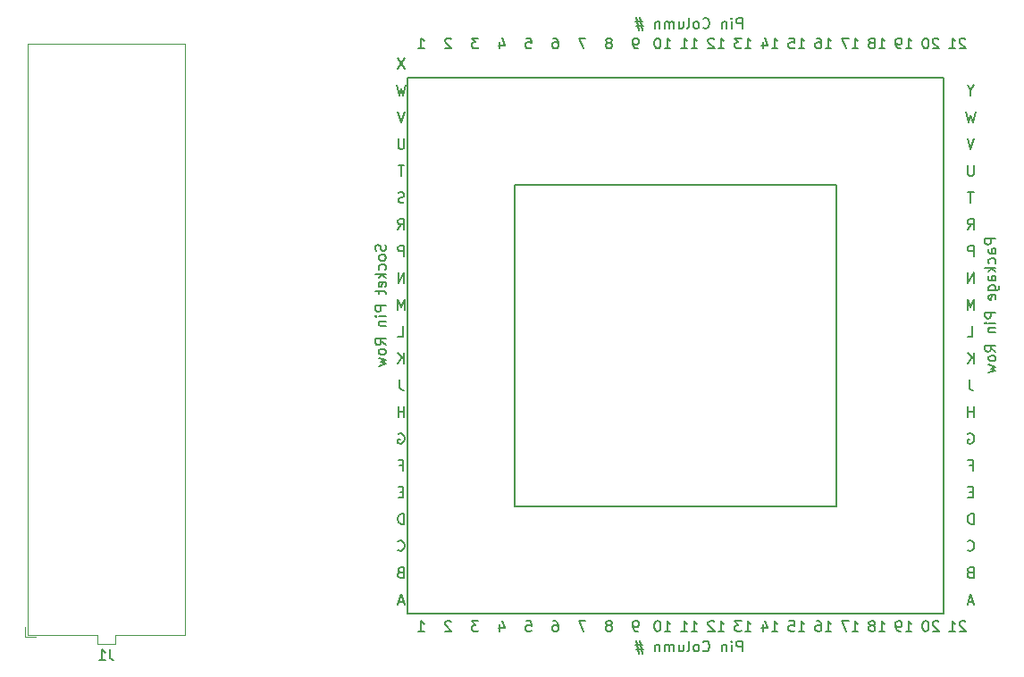
<source format=gbr>
%TF.GenerationSoftware,KiCad,Pcbnew,(6.0.9-0)*%
%TF.CreationDate,2022-12-19T14:05:18-05:00*%
%TF.ProjectId,ember-pcb,656d6265-722d-4706-9362-2e6b69636164,rev?*%
%TF.SameCoordinates,Original*%
%TF.FileFunction,Legend,Bot*%
%TF.FilePolarity,Positive*%
%FSLAX46Y46*%
G04 Gerber Fmt 4.6, Leading zero omitted, Abs format (unit mm)*
G04 Created by KiCad (PCBNEW (6.0.9-0)) date 2022-12-19 14:05:18*
%MOMM*%
%LPD*%
G01*
G04 APERTURE LIST*
%ADD10C,0.150000*%
%ADD11C,0.120000*%
G04 APERTURE END LIST*
D10*
X120680000Y-78950000D02*
X151160000Y-78950000D01*
X151160000Y-78950000D02*
X151160000Y-109430000D01*
X151160000Y-109430000D02*
X120680000Y-109430000D01*
X120680000Y-109430000D02*
X120680000Y-78950000D01*
X110520000Y-68790000D02*
X161320000Y-68790000D01*
X161320000Y-68790000D02*
X161320000Y-119590000D01*
X161320000Y-119590000D02*
X110520000Y-119590000D01*
X110520000Y-119590000D02*
X110520000Y-68790000D01*
X134840476Y-66067380D02*
X135411904Y-66067380D01*
X135126190Y-66067380D02*
X135126190Y-65067380D01*
X135221428Y-65210238D01*
X135316666Y-65305476D01*
X135411904Y-65353095D01*
X134221428Y-65067380D02*
X134126190Y-65067380D01*
X134030952Y-65115000D01*
X133983333Y-65162619D01*
X133935714Y-65257857D01*
X133888095Y-65448333D01*
X133888095Y-65686428D01*
X133935714Y-65876904D01*
X133983333Y-65972142D01*
X134030952Y-66019761D01*
X134126190Y-66067380D01*
X134221428Y-66067380D01*
X134316666Y-66019761D01*
X134364285Y-65972142D01*
X134411904Y-65876904D01*
X134459523Y-65686428D01*
X134459523Y-65448333D01*
X134411904Y-65257857D01*
X134364285Y-65162619D01*
X134316666Y-65115000D01*
X134221428Y-65067380D01*
X164145714Y-77132380D02*
X164145714Y-77941904D01*
X164098095Y-78037142D01*
X164050476Y-78084761D01*
X163955238Y-78132380D01*
X163764761Y-78132380D01*
X163669523Y-78084761D01*
X163621904Y-78037142D01*
X163574285Y-77941904D01*
X163574285Y-77132380D01*
X110170714Y-88292380D02*
X110170714Y-87292380D01*
X109599285Y-88292380D01*
X109599285Y-87292380D01*
X163351904Y-65162619D02*
X163304285Y-65115000D01*
X163209047Y-65067380D01*
X162970952Y-65067380D01*
X162875714Y-65115000D01*
X162828095Y-65162619D01*
X162780476Y-65257857D01*
X162780476Y-65353095D01*
X162828095Y-65495952D01*
X163399523Y-66067380D01*
X162780476Y-66067380D01*
X161828095Y-66067380D02*
X162399523Y-66067380D01*
X162113809Y-66067380D02*
X162113809Y-65067380D01*
X162209047Y-65210238D01*
X162304285Y-65305476D01*
X162399523Y-65353095D01*
X163550476Y-93372380D02*
X164026666Y-93372380D01*
X164026666Y-92372380D01*
X164193333Y-74592380D02*
X163860000Y-75592380D01*
X163526666Y-74592380D01*
X127363333Y-65067380D02*
X126696666Y-65067380D01*
X127125238Y-66067380D01*
X137380476Y-121312380D02*
X137951904Y-121312380D01*
X137666190Y-121312380D02*
X137666190Y-120312380D01*
X137761428Y-120455238D01*
X137856666Y-120550476D01*
X137951904Y-120598095D01*
X136428095Y-121312380D02*
X136999523Y-121312380D01*
X136713809Y-121312380D02*
X136713809Y-120312380D01*
X136809047Y-120455238D01*
X136904285Y-120550476D01*
X136999523Y-120598095D01*
X139920476Y-66067380D02*
X140491904Y-66067380D01*
X140206190Y-66067380D02*
X140206190Y-65067380D01*
X140301428Y-65210238D01*
X140396666Y-65305476D01*
X140491904Y-65353095D01*
X139539523Y-65162619D02*
X139491904Y-65115000D01*
X139396666Y-65067380D01*
X139158571Y-65067380D01*
X139063333Y-65115000D01*
X139015714Y-65162619D01*
X138968095Y-65257857D01*
X138968095Y-65353095D01*
X139015714Y-65495952D01*
X139587142Y-66067380D01*
X138968095Y-66067380D01*
X152620476Y-66067380D02*
X153191904Y-66067380D01*
X152906190Y-66067380D02*
X152906190Y-65067380D01*
X153001428Y-65210238D01*
X153096666Y-65305476D01*
X153191904Y-65353095D01*
X152287142Y-65067380D02*
X151620476Y-65067380D01*
X152049047Y-66067380D01*
X119219523Y-120645714D02*
X119219523Y-121312380D01*
X119457619Y-120264761D02*
X119695714Y-120979047D01*
X119076666Y-120979047D01*
X163717142Y-97452380D02*
X163717142Y-98166666D01*
X163764761Y-98309523D01*
X163860000Y-98404761D01*
X164002857Y-98452380D01*
X164098095Y-98452380D01*
X124299523Y-65067380D02*
X124490000Y-65067380D01*
X124585238Y-65115000D01*
X124632857Y-65162619D01*
X124728095Y-65305476D01*
X124775714Y-65495952D01*
X124775714Y-65876904D01*
X124728095Y-65972142D01*
X124680476Y-66019761D01*
X124585238Y-66067380D01*
X124394761Y-66067380D01*
X124299523Y-66019761D01*
X124251904Y-65972142D01*
X124204285Y-65876904D01*
X124204285Y-65638809D01*
X124251904Y-65543571D01*
X124299523Y-65495952D01*
X124394761Y-65448333D01*
X124585238Y-65448333D01*
X124680476Y-65495952D01*
X124728095Y-65543571D01*
X124775714Y-65638809D01*
X163550476Y-83212380D02*
X163883809Y-82736190D01*
X164121904Y-83212380D02*
X164121904Y-82212380D01*
X163740952Y-82212380D01*
X163645714Y-82260000D01*
X163598095Y-82307619D01*
X163550476Y-82402857D01*
X163550476Y-82545714D01*
X163598095Y-82640952D01*
X163645714Y-82688571D01*
X163740952Y-82736190D01*
X164121904Y-82736190D01*
X109575476Y-93372380D02*
X110051666Y-93372380D01*
X110051666Y-92372380D01*
X110146904Y-85752380D02*
X110146904Y-84752380D01*
X109765952Y-84752380D01*
X109670714Y-84800000D01*
X109623095Y-84847619D01*
X109575476Y-84942857D01*
X109575476Y-85085714D01*
X109623095Y-85180952D01*
X109670714Y-85228571D01*
X109765952Y-85276190D01*
X110146904Y-85276190D01*
X132300476Y-121312380D02*
X132110000Y-121312380D01*
X132014761Y-121264761D01*
X131967142Y-121217142D01*
X131871904Y-121074285D01*
X131824285Y-120883809D01*
X131824285Y-120502857D01*
X131871904Y-120407619D01*
X131919523Y-120360000D01*
X132014761Y-120312380D01*
X132205238Y-120312380D01*
X132300476Y-120360000D01*
X132348095Y-120407619D01*
X132395714Y-120502857D01*
X132395714Y-120740952D01*
X132348095Y-120836190D01*
X132300476Y-120883809D01*
X132205238Y-120931428D01*
X132014761Y-120931428D01*
X131919523Y-120883809D01*
X131871904Y-120836190D01*
X131824285Y-120740952D01*
X164074285Y-108088571D02*
X163740952Y-108088571D01*
X163598095Y-108612380D02*
X164074285Y-108612380D01*
X164074285Y-107612380D01*
X163598095Y-107612380D01*
X117203333Y-120312380D02*
X116584285Y-120312380D01*
X116917619Y-120693333D01*
X116774761Y-120693333D01*
X116679523Y-120740952D01*
X116631904Y-120788571D01*
X116584285Y-120883809D01*
X116584285Y-121121904D01*
X116631904Y-121217142D01*
X116679523Y-121264761D01*
X116774761Y-121312380D01*
X117060476Y-121312380D01*
X117155714Y-121264761D01*
X117203333Y-121217142D01*
X137380476Y-66067380D02*
X137951904Y-66067380D01*
X137666190Y-66067380D02*
X137666190Y-65067380D01*
X137761428Y-65210238D01*
X137856666Y-65305476D01*
X137951904Y-65353095D01*
X136428095Y-66067380D02*
X136999523Y-66067380D01*
X136713809Y-66067380D02*
X136713809Y-65067380D01*
X136809047Y-65210238D01*
X136904285Y-65305476D01*
X136999523Y-65353095D01*
X164098095Y-118486666D02*
X163621904Y-118486666D01*
X164193333Y-118772380D02*
X163860000Y-117772380D01*
X163526666Y-118772380D01*
X110123095Y-118486666D02*
X109646904Y-118486666D01*
X110218333Y-118772380D02*
X109885000Y-117772380D01*
X109551666Y-118772380D01*
X110170714Y-77132380D02*
X109599285Y-77132380D01*
X109885000Y-78132380D02*
X109885000Y-77132380D01*
X111504285Y-66067380D02*
X112075714Y-66067380D01*
X111790000Y-66067380D02*
X111790000Y-65067380D01*
X111885238Y-65210238D01*
X111980476Y-65305476D01*
X112075714Y-65353095D01*
X164145714Y-88292380D02*
X164145714Y-87292380D01*
X163574285Y-88292380D01*
X163574285Y-87292380D01*
X132300476Y-66067380D02*
X132110000Y-66067380D01*
X132014761Y-66019761D01*
X131967142Y-65972142D01*
X131871904Y-65829285D01*
X131824285Y-65638809D01*
X131824285Y-65257857D01*
X131871904Y-65162619D01*
X131919523Y-65115000D01*
X132014761Y-65067380D01*
X132205238Y-65067380D01*
X132300476Y-65115000D01*
X132348095Y-65162619D01*
X132395714Y-65257857D01*
X132395714Y-65495952D01*
X132348095Y-65591190D01*
X132300476Y-65638809D01*
X132205238Y-65686428D01*
X132014761Y-65686428D01*
X131919523Y-65638809D01*
X131871904Y-65591190D01*
X131824285Y-65495952D01*
X111504285Y-121312380D02*
X112075714Y-121312380D01*
X111790000Y-121312380D02*
X111790000Y-120312380D01*
X111885238Y-120455238D01*
X111980476Y-120550476D01*
X112075714Y-120598095D01*
X121711904Y-120312380D02*
X122188095Y-120312380D01*
X122235714Y-120788571D01*
X122188095Y-120740952D01*
X122092857Y-120693333D01*
X121854761Y-120693333D01*
X121759523Y-120740952D01*
X121711904Y-120788571D01*
X121664285Y-120883809D01*
X121664285Y-121121904D01*
X121711904Y-121217142D01*
X121759523Y-121264761D01*
X121854761Y-121312380D01*
X122092857Y-121312380D01*
X122188095Y-121264761D01*
X122235714Y-121217142D01*
X109575476Y-83212380D02*
X109908809Y-82736190D01*
X110146904Y-83212380D02*
X110146904Y-82212380D01*
X109765952Y-82212380D01*
X109670714Y-82260000D01*
X109623095Y-82307619D01*
X109575476Y-82402857D01*
X109575476Y-82545714D01*
X109623095Y-82640952D01*
X109670714Y-82688571D01*
X109765952Y-82736190D01*
X110146904Y-82736190D01*
X114615714Y-65162619D02*
X114568095Y-65115000D01*
X114472857Y-65067380D01*
X114234761Y-65067380D01*
X114139523Y-65115000D01*
X114091904Y-65162619D01*
X114044285Y-65257857D01*
X114044285Y-65353095D01*
X114091904Y-65495952D01*
X114663333Y-66067380D01*
X114044285Y-66067380D01*
X117203333Y-65067380D02*
X116584285Y-65067380D01*
X116917619Y-65448333D01*
X116774761Y-65448333D01*
X116679523Y-65495952D01*
X116631904Y-65543571D01*
X116584285Y-65638809D01*
X116584285Y-65876904D01*
X116631904Y-65972142D01*
X116679523Y-66019761D01*
X116774761Y-66067380D01*
X117060476Y-66067380D01*
X117155714Y-66019761D01*
X117203333Y-65972142D01*
X164121904Y-111152380D02*
X164121904Y-110152380D01*
X163883809Y-110152380D01*
X163740952Y-110200000D01*
X163645714Y-110295238D01*
X163598095Y-110390476D01*
X163550476Y-110580952D01*
X163550476Y-110723809D01*
X163598095Y-110914285D01*
X163645714Y-111009523D01*
X163740952Y-111104761D01*
X163883809Y-111152380D01*
X164121904Y-111152380D01*
X163598095Y-102580000D02*
X163693333Y-102532380D01*
X163836190Y-102532380D01*
X163979047Y-102580000D01*
X164074285Y-102675238D01*
X164121904Y-102770476D01*
X164169523Y-102960952D01*
X164169523Y-103103809D01*
X164121904Y-103294285D01*
X164074285Y-103389523D01*
X163979047Y-103484761D01*
X163836190Y-103532380D01*
X163740952Y-103532380D01*
X163598095Y-103484761D01*
X163550476Y-103437142D01*
X163550476Y-103103809D01*
X163740952Y-103103809D01*
X163788571Y-115708571D02*
X163645714Y-115756190D01*
X163598095Y-115803809D01*
X163550476Y-115899047D01*
X163550476Y-116041904D01*
X163598095Y-116137142D01*
X163645714Y-116184761D01*
X163740952Y-116232380D01*
X164121904Y-116232380D01*
X164121904Y-115232380D01*
X163788571Y-115232380D01*
X163693333Y-115280000D01*
X163645714Y-115327619D01*
X163598095Y-115422857D01*
X163598095Y-115518095D01*
X163645714Y-115613333D01*
X163693333Y-115660952D01*
X163788571Y-115708571D01*
X164121904Y-115708571D01*
X129665238Y-120740952D02*
X129760476Y-120693333D01*
X129808095Y-120645714D01*
X129855714Y-120550476D01*
X129855714Y-120502857D01*
X129808095Y-120407619D01*
X129760476Y-120360000D01*
X129665238Y-120312380D01*
X129474761Y-120312380D01*
X129379523Y-120360000D01*
X129331904Y-120407619D01*
X129284285Y-120502857D01*
X129284285Y-120550476D01*
X129331904Y-120645714D01*
X129379523Y-120693333D01*
X129474761Y-120740952D01*
X129665238Y-120740952D01*
X129760476Y-120788571D01*
X129808095Y-120836190D01*
X129855714Y-120931428D01*
X129855714Y-121121904D01*
X129808095Y-121217142D01*
X129760476Y-121264761D01*
X129665238Y-121312380D01*
X129474761Y-121312380D01*
X129379523Y-121264761D01*
X129331904Y-121217142D01*
X129284285Y-121121904D01*
X129284285Y-120931428D01*
X129331904Y-120836190D01*
X129379523Y-120788571D01*
X129474761Y-120740952D01*
X160811904Y-120407619D02*
X160764285Y-120360000D01*
X160669047Y-120312380D01*
X160430952Y-120312380D01*
X160335714Y-120360000D01*
X160288095Y-120407619D01*
X160240476Y-120502857D01*
X160240476Y-120598095D01*
X160288095Y-120740952D01*
X160859523Y-121312380D01*
X160240476Y-121312380D01*
X159621428Y-120312380D02*
X159526190Y-120312380D01*
X159430952Y-120360000D01*
X159383333Y-120407619D01*
X159335714Y-120502857D01*
X159288095Y-120693333D01*
X159288095Y-120931428D01*
X159335714Y-121121904D01*
X159383333Y-121217142D01*
X159430952Y-121264761D01*
X159526190Y-121312380D01*
X159621428Y-121312380D01*
X159716666Y-121264761D01*
X159764285Y-121217142D01*
X159811904Y-121121904D01*
X159859523Y-120931428D01*
X159859523Y-120693333D01*
X159811904Y-120502857D01*
X159764285Y-120407619D01*
X159716666Y-120360000D01*
X159621428Y-120312380D01*
X150080476Y-121312380D02*
X150651904Y-121312380D01*
X150366190Y-121312380D02*
X150366190Y-120312380D01*
X150461428Y-120455238D01*
X150556666Y-120550476D01*
X150651904Y-120598095D01*
X149223333Y-120312380D02*
X149413809Y-120312380D01*
X149509047Y-120360000D01*
X149556666Y-120407619D01*
X149651904Y-120550476D01*
X149699523Y-120740952D01*
X149699523Y-121121904D01*
X149651904Y-121217142D01*
X149604285Y-121264761D01*
X149509047Y-121312380D01*
X149318571Y-121312380D01*
X149223333Y-121264761D01*
X149175714Y-121217142D01*
X149128095Y-121121904D01*
X149128095Y-120883809D01*
X149175714Y-120788571D01*
X149223333Y-120740952D01*
X149318571Y-120693333D01*
X149509047Y-120693333D01*
X149604285Y-120740952D01*
X149651904Y-120788571D01*
X149699523Y-120883809D01*
X142460476Y-121312380D02*
X143031904Y-121312380D01*
X142746190Y-121312380D02*
X142746190Y-120312380D01*
X142841428Y-120455238D01*
X142936666Y-120550476D01*
X143031904Y-120598095D01*
X142127142Y-120312380D02*
X141508095Y-120312380D01*
X141841428Y-120693333D01*
X141698571Y-120693333D01*
X141603333Y-120740952D01*
X141555714Y-120788571D01*
X141508095Y-120883809D01*
X141508095Y-121121904D01*
X141555714Y-121217142D01*
X141603333Y-121264761D01*
X141698571Y-121312380D01*
X141984285Y-121312380D01*
X142079523Y-121264761D01*
X142127142Y-121217142D01*
X110099285Y-108088571D02*
X109765952Y-108088571D01*
X109623095Y-108612380D02*
X110099285Y-108612380D01*
X110099285Y-107612380D01*
X109623095Y-107612380D01*
X164145714Y-79672380D02*
X163574285Y-79672380D01*
X163860000Y-80672380D02*
X163860000Y-79672380D01*
X109623095Y-102580000D02*
X109718333Y-102532380D01*
X109861190Y-102532380D01*
X110004047Y-102580000D01*
X110099285Y-102675238D01*
X110146904Y-102770476D01*
X110194523Y-102960952D01*
X110194523Y-103103809D01*
X110146904Y-103294285D01*
X110099285Y-103389523D01*
X110004047Y-103484761D01*
X109861190Y-103532380D01*
X109765952Y-103532380D01*
X109623095Y-103484761D01*
X109575476Y-103437142D01*
X109575476Y-103103809D01*
X109765952Y-103103809D01*
X164121904Y-85752380D02*
X164121904Y-84752380D01*
X163740952Y-84752380D01*
X163645714Y-84800000D01*
X163598095Y-84847619D01*
X163550476Y-84942857D01*
X163550476Y-85085714D01*
X163598095Y-85180952D01*
X163645714Y-85228571D01*
X163740952Y-85276190D01*
X164121904Y-85276190D01*
X129665238Y-65495952D02*
X129760476Y-65448333D01*
X129808095Y-65400714D01*
X129855714Y-65305476D01*
X129855714Y-65257857D01*
X129808095Y-65162619D01*
X129760476Y-65115000D01*
X129665238Y-65067380D01*
X129474761Y-65067380D01*
X129379523Y-65115000D01*
X129331904Y-65162619D01*
X129284285Y-65257857D01*
X129284285Y-65305476D01*
X129331904Y-65400714D01*
X129379523Y-65448333D01*
X129474761Y-65495952D01*
X129665238Y-65495952D01*
X129760476Y-65543571D01*
X129808095Y-65591190D01*
X129855714Y-65686428D01*
X129855714Y-65876904D01*
X129808095Y-65972142D01*
X129760476Y-66019761D01*
X129665238Y-66067380D01*
X129474761Y-66067380D01*
X129379523Y-66019761D01*
X129331904Y-65972142D01*
X129284285Y-65876904D01*
X129284285Y-65686428D01*
X129331904Y-65591190D01*
X129379523Y-65543571D01*
X129474761Y-65495952D01*
X109575476Y-113597142D02*
X109623095Y-113644761D01*
X109765952Y-113692380D01*
X109861190Y-113692380D01*
X110004047Y-113644761D01*
X110099285Y-113549523D01*
X110146904Y-113454285D01*
X110194523Y-113263809D01*
X110194523Y-113120952D01*
X110146904Y-112930476D01*
X110099285Y-112835238D01*
X110004047Y-112740000D01*
X109861190Y-112692380D01*
X109765952Y-112692380D01*
X109623095Y-112740000D01*
X109575476Y-112787619D01*
X139920476Y-121312380D02*
X140491904Y-121312380D01*
X140206190Y-121312380D02*
X140206190Y-120312380D01*
X140301428Y-120455238D01*
X140396666Y-120550476D01*
X140491904Y-120598095D01*
X139539523Y-120407619D02*
X139491904Y-120360000D01*
X139396666Y-120312380D01*
X139158571Y-120312380D01*
X139063333Y-120360000D01*
X139015714Y-120407619D01*
X138968095Y-120502857D01*
X138968095Y-120598095D01*
X139015714Y-120740952D01*
X139587142Y-121312380D01*
X138968095Y-121312380D01*
X110170714Y-74592380D02*
X110170714Y-75401904D01*
X110123095Y-75497142D01*
X110075476Y-75544761D01*
X109980238Y-75592380D01*
X109789761Y-75592380D01*
X109694523Y-75544761D01*
X109646904Y-75497142D01*
X109599285Y-75401904D01*
X109599285Y-74592380D01*
X142190000Y-64162380D02*
X142190000Y-63162380D01*
X141809047Y-63162380D01*
X141713809Y-63210000D01*
X141666190Y-63257619D01*
X141618571Y-63352857D01*
X141618571Y-63495714D01*
X141666190Y-63590952D01*
X141713809Y-63638571D01*
X141809047Y-63686190D01*
X142190000Y-63686190D01*
X141190000Y-64162380D02*
X141190000Y-63495714D01*
X141190000Y-63162380D02*
X141237619Y-63210000D01*
X141190000Y-63257619D01*
X141142380Y-63210000D01*
X141190000Y-63162380D01*
X141190000Y-63257619D01*
X140713809Y-63495714D02*
X140713809Y-64162380D01*
X140713809Y-63590952D02*
X140666190Y-63543333D01*
X140570952Y-63495714D01*
X140428095Y-63495714D01*
X140332857Y-63543333D01*
X140285238Y-63638571D01*
X140285238Y-64162380D01*
X138475714Y-64067142D02*
X138523333Y-64114761D01*
X138666190Y-64162380D01*
X138761428Y-64162380D01*
X138904285Y-64114761D01*
X138999523Y-64019523D01*
X139047142Y-63924285D01*
X139094761Y-63733809D01*
X139094761Y-63590952D01*
X139047142Y-63400476D01*
X138999523Y-63305238D01*
X138904285Y-63210000D01*
X138761428Y-63162380D01*
X138666190Y-63162380D01*
X138523333Y-63210000D01*
X138475714Y-63257619D01*
X137904285Y-64162380D02*
X137999523Y-64114761D01*
X138047142Y-64067142D01*
X138094761Y-63971904D01*
X138094761Y-63686190D01*
X138047142Y-63590952D01*
X137999523Y-63543333D01*
X137904285Y-63495714D01*
X137761428Y-63495714D01*
X137666190Y-63543333D01*
X137618571Y-63590952D01*
X137570952Y-63686190D01*
X137570952Y-63971904D01*
X137618571Y-64067142D01*
X137666190Y-64114761D01*
X137761428Y-64162380D01*
X137904285Y-64162380D01*
X136999523Y-64162380D02*
X137094761Y-64114761D01*
X137142380Y-64019523D01*
X137142380Y-63162380D01*
X136190000Y-63495714D02*
X136190000Y-64162380D01*
X136618571Y-63495714D02*
X136618571Y-64019523D01*
X136570952Y-64114761D01*
X136475714Y-64162380D01*
X136332857Y-64162380D01*
X136237619Y-64114761D01*
X136190000Y-64067142D01*
X135713809Y-64162380D02*
X135713809Y-63495714D01*
X135713809Y-63590952D02*
X135666190Y-63543333D01*
X135570952Y-63495714D01*
X135428095Y-63495714D01*
X135332857Y-63543333D01*
X135285238Y-63638571D01*
X135285238Y-64162380D01*
X135285238Y-63638571D02*
X135237619Y-63543333D01*
X135142380Y-63495714D01*
X134999523Y-63495714D01*
X134904285Y-63543333D01*
X134856666Y-63638571D01*
X134856666Y-64162380D01*
X134380476Y-63495714D02*
X134380476Y-64162380D01*
X134380476Y-63590952D02*
X134332857Y-63543333D01*
X134237619Y-63495714D01*
X134094761Y-63495714D01*
X133999523Y-63543333D01*
X133951904Y-63638571D01*
X133951904Y-64162380D01*
X132761428Y-63495714D02*
X132047142Y-63495714D01*
X132475714Y-63067142D02*
X132761428Y-64352857D01*
X132142380Y-63924285D02*
X132856666Y-63924285D01*
X132428095Y-64352857D02*
X132142380Y-63067142D01*
X155160476Y-66067380D02*
X155731904Y-66067380D01*
X155446190Y-66067380D02*
X155446190Y-65067380D01*
X155541428Y-65210238D01*
X155636666Y-65305476D01*
X155731904Y-65353095D01*
X154589047Y-65495952D02*
X154684285Y-65448333D01*
X154731904Y-65400714D01*
X154779523Y-65305476D01*
X154779523Y-65257857D01*
X154731904Y-65162619D01*
X154684285Y-65115000D01*
X154589047Y-65067380D01*
X154398571Y-65067380D01*
X154303333Y-65115000D01*
X154255714Y-65162619D01*
X154208095Y-65257857D01*
X154208095Y-65305476D01*
X154255714Y-65400714D01*
X154303333Y-65448333D01*
X154398571Y-65495952D01*
X154589047Y-65495952D01*
X154684285Y-65543571D01*
X154731904Y-65591190D01*
X154779523Y-65686428D01*
X154779523Y-65876904D01*
X154731904Y-65972142D01*
X154684285Y-66019761D01*
X154589047Y-66067380D01*
X154398571Y-66067380D01*
X154303333Y-66019761D01*
X154255714Y-65972142D01*
X154208095Y-65876904D01*
X154208095Y-65686428D01*
X154255714Y-65591190D01*
X154303333Y-65543571D01*
X154398571Y-65495952D01*
X157700476Y-121312380D02*
X158271904Y-121312380D01*
X157986190Y-121312380D02*
X157986190Y-120312380D01*
X158081428Y-120455238D01*
X158176666Y-120550476D01*
X158271904Y-120598095D01*
X157224285Y-121312380D02*
X157033809Y-121312380D01*
X156938571Y-121264761D01*
X156890952Y-121217142D01*
X156795714Y-121074285D01*
X156748095Y-120883809D01*
X156748095Y-120502857D01*
X156795714Y-120407619D01*
X156843333Y-120360000D01*
X156938571Y-120312380D01*
X157129047Y-120312380D01*
X157224285Y-120360000D01*
X157271904Y-120407619D01*
X157319523Y-120502857D01*
X157319523Y-120740952D01*
X157271904Y-120836190D01*
X157224285Y-120883809D01*
X157129047Y-120931428D01*
X156938571Y-120931428D01*
X156843333Y-120883809D01*
X156795714Y-120836190D01*
X156748095Y-120740952D01*
X164121904Y-95912380D02*
X164121904Y-94912380D01*
X163550476Y-95912380D02*
X163979047Y-95340952D01*
X163550476Y-94912380D02*
X164121904Y-95483809D01*
X108384761Y-84665714D02*
X108432380Y-84808571D01*
X108432380Y-85046666D01*
X108384761Y-85141904D01*
X108337142Y-85189523D01*
X108241904Y-85237142D01*
X108146666Y-85237142D01*
X108051428Y-85189523D01*
X108003809Y-85141904D01*
X107956190Y-85046666D01*
X107908571Y-84856190D01*
X107860952Y-84760952D01*
X107813333Y-84713333D01*
X107718095Y-84665714D01*
X107622857Y-84665714D01*
X107527619Y-84713333D01*
X107480000Y-84760952D01*
X107432380Y-84856190D01*
X107432380Y-85094285D01*
X107480000Y-85237142D01*
X108432380Y-85808571D02*
X108384761Y-85713333D01*
X108337142Y-85665714D01*
X108241904Y-85618095D01*
X107956190Y-85618095D01*
X107860952Y-85665714D01*
X107813333Y-85713333D01*
X107765714Y-85808571D01*
X107765714Y-85951428D01*
X107813333Y-86046666D01*
X107860952Y-86094285D01*
X107956190Y-86141904D01*
X108241904Y-86141904D01*
X108337142Y-86094285D01*
X108384761Y-86046666D01*
X108432380Y-85951428D01*
X108432380Y-85808571D01*
X108384761Y-86999047D02*
X108432380Y-86903809D01*
X108432380Y-86713333D01*
X108384761Y-86618095D01*
X108337142Y-86570476D01*
X108241904Y-86522857D01*
X107956190Y-86522857D01*
X107860952Y-86570476D01*
X107813333Y-86618095D01*
X107765714Y-86713333D01*
X107765714Y-86903809D01*
X107813333Y-86999047D01*
X108432380Y-87427619D02*
X107432380Y-87427619D01*
X108051428Y-87522857D02*
X108432380Y-87808571D01*
X107765714Y-87808571D02*
X108146666Y-87427619D01*
X108384761Y-88618095D02*
X108432380Y-88522857D01*
X108432380Y-88332380D01*
X108384761Y-88237142D01*
X108289523Y-88189523D01*
X107908571Y-88189523D01*
X107813333Y-88237142D01*
X107765714Y-88332380D01*
X107765714Y-88522857D01*
X107813333Y-88618095D01*
X107908571Y-88665714D01*
X108003809Y-88665714D01*
X108099047Y-88189523D01*
X107765714Y-88951428D02*
X107765714Y-89332380D01*
X107432380Y-89094285D02*
X108289523Y-89094285D01*
X108384761Y-89141904D01*
X108432380Y-89237142D01*
X108432380Y-89332380D01*
X108432380Y-90427619D02*
X107432380Y-90427619D01*
X107432380Y-90808571D01*
X107480000Y-90903809D01*
X107527619Y-90951428D01*
X107622857Y-90999047D01*
X107765714Y-90999047D01*
X107860952Y-90951428D01*
X107908571Y-90903809D01*
X107956190Y-90808571D01*
X107956190Y-90427619D01*
X108432380Y-91427619D02*
X107765714Y-91427619D01*
X107432380Y-91427619D02*
X107480000Y-91380000D01*
X107527619Y-91427619D01*
X107480000Y-91475238D01*
X107432380Y-91427619D01*
X107527619Y-91427619D01*
X107765714Y-91903809D02*
X108432380Y-91903809D01*
X107860952Y-91903809D02*
X107813333Y-91951428D01*
X107765714Y-92046666D01*
X107765714Y-92189523D01*
X107813333Y-92284761D01*
X107908571Y-92332380D01*
X108432380Y-92332380D01*
X108432380Y-94141904D02*
X107956190Y-93808571D01*
X108432380Y-93570476D02*
X107432380Y-93570476D01*
X107432380Y-93951428D01*
X107480000Y-94046666D01*
X107527619Y-94094285D01*
X107622857Y-94141904D01*
X107765714Y-94141904D01*
X107860952Y-94094285D01*
X107908571Y-94046666D01*
X107956190Y-93951428D01*
X107956190Y-93570476D01*
X108432380Y-94713333D02*
X108384761Y-94618095D01*
X108337142Y-94570476D01*
X108241904Y-94522857D01*
X107956190Y-94522857D01*
X107860952Y-94570476D01*
X107813333Y-94618095D01*
X107765714Y-94713333D01*
X107765714Y-94856190D01*
X107813333Y-94951428D01*
X107860952Y-94999047D01*
X107956190Y-95046666D01*
X108241904Y-95046666D01*
X108337142Y-94999047D01*
X108384761Y-94951428D01*
X108432380Y-94856190D01*
X108432380Y-94713333D01*
X107765714Y-95380000D02*
X108432380Y-95570476D01*
X107956190Y-95760952D01*
X108432380Y-95951428D01*
X107765714Y-96141904D01*
X147540476Y-121312380D02*
X148111904Y-121312380D01*
X147826190Y-121312380D02*
X147826190Y-120312380D01*
X147921428Y-120455238D01*
X148016666Y-120550476D01*
X148111904Y-120598095D01*
X146635714Y-120312380D02*
X147111904Y-120312380D01*
X147159523Y-120788571D01*
X147111904Y-120740952D01*
X147016666Y-120693333D01*
X146778571Y-120693333D01*
X146683333Y-120740952D01*
X146635714Y-120788571D01*
X146588095Y-120883809D01*
X146588095Y-121121904D01*
X146635714Y-121217142D01*
X146683333Y-121264761D01*
X146778571Y-121312380D01*
X147016666Y-121312380D01*
X147111904Y-121264761D01*
X147159523Y-121217142D01*
X119219523Y-65400714D02*
X119219523Y-66067380D01*
X119457619Y-65019761D02*
X119695714Y-65734047D01*
X119076666Y-65734047D01*
X110218333Y-66972380D02*
X109551666Y-67972380D01*
X109551666Y-66972380D02*
X110218333Y-67972380D01*
X160811904Y-65162619D02*
X160764285Y-65115000D01*
X160669047Y-65067380D01*
X160430952Y-65067380D01*
X160335714Y-65115000D01*
X160288095Y-65162619D01*
X160240476Y-65257857D01*
X160240476Y-65353095D01*
X160288095Y-65495952D01*
X160859523Y-66067380D01*
X160240476Y-66067380D01*
X159621428Y-65067380D02*
X159526190Y-65067380D01*
X159430952Y-65115000D01*
X159383333Y-65162619D01*
X159335714Y-65257857D01*
X159288095Y-65448333D01*
X159288095Y-65686428D01*
X159335714Y-65876904D01*
X159383333Y-65972142D01*
X159430952Y-66019761D01*
X159526190Y-66067380D01*
X159621428Y-66067380D01*
X159716666Y-66019761D01*
X159764285Y-65972142D01*
X159811904Y-65876904D01*
X159859523Y-65686428D01*
X159859523Y-65448333D01*
X159811904Y-65257857D01*
X159764285Y-65162619D01*
X159716666Y-65115000D01*
X159621428Y-65067380D01*
X155160476Y-121312380D02*
X155731904Y-121312380D01*
X155446190Y-121312380D02*
X155446190Y-120312380D01*
X155541428Y-120455238D01*
X155636666Y-120550476D01*
X155731904Y-120598095D01*
X154589047Y-120740952D02*
X154684285Y-120693333D01*
X154731904Y-120645714D01*
X154779523Y-120550476D01*
X154779523Y-120502857D01*
X154731904Y-120407619D01*
X154684285Y-120360000D01*
X154589047Y-120312380D01*
X154398571Y-120312380D01*
X154303333Y-120360000D01*
X154255714Y-120407619D01*
X154208095Y-120502857D01*
X154208095Y-120550476D01*
X154255714Y-120645714D01*
X154303333Y-120693333D01*
X154398571Y-120740952D01*
X154589047Y-120740952D01*
X154684285Y-120788571D01*
X154731904Y-120836190D01*
X154779523Y-120931428D01*
X154779523Y-121121904D01*
X154731904Y-121217142D01*
X154684285Y-121264761D01*
X154589047Y-121312380D01*
X154398571Y-121312380D01*
X154303333Y-121264761D01*
X154255714Y-121217142D01*
X154208095Y-121121904D01*
X154208095Y-120931428D01*
X154255714Y-120836190D01*
X154303333Y-120788571D01*
X154398571Y-120740952D01*
X134840476Y-121312380D02*
X135411904Y-121312380D01*
X135126190Y-121312380D02*
X135126190Y-120312380D01*
X135221428Y-120455238D01*
X135316666Y-120550476D01*
X135411904Y-120598095D01*
X134221428Y-120312380D02*
X134126190Y-120312380D01*
X134030952Y-120360000D01*
X133983333Y-120407619D01*
X133935714Y-120502857D01*
X133888095Y-120693333D01*
X133888095Y-120931428D01*
X133935714Y-121121904D01*
X133983333Y-121217142D01*
X134030952Y-121264761D01*
X134126190Y-121312380D01*
X134221428Y-121312380D01*
X134316666Y-121264761D01*
X134364285Y-121217142D01*
X134411904Y-121121904D01*
X134459523Y-120931428D01*
X134459523Y-120693333D01*
X134411904Y-120502857D01*
X134364285Y-120407619D01*
X134316666Y-120360000D01*
X134221428Y-120312380D01*
X110218333Y-90832380D02*
X110218333Y-89832380D01*
X109885000Y-90546666D01*
X109551666Y-89832380D01*
X109551666Y-90832380D01*
X150080476Y-66067380D02*
X150651904Y-66067380D01*
X150366190Y-66067380D02*
X150366190Y-65067380D01*
X150461428Y-65210238D01*
X150556666Y-65305476D01*
X150651904Y-65353095D01*
X149223333Y-65067380D02*
X149413809Y-65067380D01*
X149509047Y-65115000D01*
X149556666Y-65162619D01*
X149651904Y-65305476D01*
X149699523Y-65495952D01*
X149699523Y-65876904D01*
X149651904Y-65972142D01*
X149604285Y-66019761D01*
X149509047Y-66067380D01*
X149318571Y-66067380D01*
X149223333Y-66019761D01*
X149175714Y-65972142D01*
X149128095Y-65876904D01*
X149128095Y-65638809D01*
X149175714Y-65543571D01*
X149223333Y-65495952D01*
X149318571Y-65448333D01*
X149509047Y-65448333D01*
X149604285Y-65495952D01*
X149651904Y-65543571D01*
X149699523Y-65638809D01*
X124299523Y-120312380D02*
X124490000Y-120312380D01*
X124585238Y-120360000D01*
X124632857Y-120407619D01*
X124728095Y-120550476D01*
X124775714Y-120740952D01*
X124775714Y-121121904D01*
X124728095Y-121217142D01*
X124680476Y-121264761D01*
X124585238Y-121312380D01*
X124394761Y-121312380D01*
X124299523Y-121264761D01*
X124251904Y-121217142D01*
X124204285Y-121121904D01*
X124204285Y-120883809D01*
X124251904Y-120788571D01*
X124299523Y-120740952D01*
X124394761Y-120693333D01*
X124585238Y-120693333D01*
X124680476Y-120740952D01*
X124728095Y-120788571D01*
X124775714Y-120883809D01*
X121711904Y-65067380D02*
X122188095Y-65067380D01*
X122235714Y-65543571D01*
X122188095Y-65495952D01*
X122092857Y-65448333D01*
X121854761Y-65448333D01*
X121759523Y-65495952D01*
X121711904Y-65543571D01*
X121664285Y-65638809D01*
X121664285Y-65876904D01*
X121711904Y-65972142D01*
X121759523Y-66019761D01*
X121854761Y-66067380D01*
X122092857Y-66067380D01*
X122188095Y-66019761D01*
X122235714Y-65972142D01*
X110170714Y-80624761D02*
X110027857Y-80672380D01*
X109789761Y-80672380D01*
X109694523Y-80624761D01*
X109646904Y-80577142D01*
X109599285Y-80481904D01*
X109599285Y-80386666D01*
X109646904Y-80291428D01*
X109694523Y-80243809D01*
X109789761Y-80196190D01*
X109980238Y-80148571D01*
X110075476Y-80100952D01*
X110123095Y-80053333D01*
X110170714Y-79958095D01*
X110170714Y-79862857D01*
X110123095Y-79767619D01*
X110075476Y-79720000D01*
X109980238Y-79672380D01*
X109742142Y-79672380D01*
X109599285Y-79720000D01*
X110313571Y-69512380D02*
X110075476Y-70512380D01*
X109885000Y-69798095D01*
X109694523Y-70512380D01*
X109456428Y-69512380D01*
X142460476Y-66067380D02*
X143031904Y-66067380D01*
X142746190Y-66067380D02*
X142746190Y-65067380D01*
X142841428Y-65210238D01*
X142936666Y-65305476D01*
X143031904Y-65353095D01*
X142127142Y-65067380D02*
X141508095Y-65067380D01*
X141841428Y-65448333D01*
X141698571Y-65448333D01*
X141603333Y-65495952D01*
X141555714Y-65543571D01*
X141508095Y-65638809D01*
X141508095Y-65876904D01*
X141555714Y-65972142D01*
X141603333Y-66019761D01*
X141698571Y-66067380D01*
X141984285Y-66067380D01*
X142079523Y-66019761D01*
X142127142Y-65972142D01*
X145000476Y-121312380D02*
X145571904Y-121312380D01*
X145286190Y-121312380D02*
X145286190Y-120312380D01*
X145381428Y-120455238D01*
X145476666Y-120550476D01*
X145571904Y-120598095D01*
X144143333Y-120645714D02*
X144143333Y-121312380D01*
X144381428Y-120264761D02*
X144619523Y-120979047D01*
X144000476Y-120979047D01*
X152620476Y-121312380D02*
X153191904Y-121312380D01*
X152906190Y-121312380D02*
X152906190Y-120312380D01*
X153001428Y-120455238D01*
X153096666Y-120550476D01*
X153191904Y-120598095D01*
X152287142Y-120312380D02*
X151620476Y-120312380D01*
X152049047Y-121312380D01*
X110218333Y-72052380D02*
X109885000Y-73052380D01*
X109551666Y-72052380D01*
X163860000Y-70036190D02*
X163860000Y-70512380D01*
X164193333Y-69512380D02*
X163860000Y-70036190D01*
X163526666Y-69512380D01*
X164145714Y-100992380D02*
X164145714Y-99992380D01*
X164145714Y-100468571D02*
X163574285Y-100468571D01*
X163574285Y-100992380D02*
X163574285Y-99992380D01*
X110146904Y-111152380D02*
X110146904Y-110152380D01*
X109908809Y-110152380D01*
X109765952Y-110200000D01*
X109670714Y-110295238D01*
X109623095Y-110390476D01*
X109575476Y-110580952D01*
X109575476Y-110723809D01*
X109623095Y-110914285D01*
X109670714Y-111009523D01*
X109765952Y-111104761D01*
X109908809Y-111152380D01*
X110146904Y-111152380D01*
X166217380Y-84070476D02*
X165217380Y-84070476D01*
X165217380Y-84451428D01*
X165265000Y-84546666D01*
X165312619Y-84594285D01*
X165407857Y-84641904D01*
X165550714Y-84641904D01*
X165645952Y-84594285D01*
X165693571Y-84546666D01*
X165741190Y-84451428D01*
X165741190Y-84070476D01*
X166217380Y-85499047D02*
X165693571Y-85499047D01*
X165598333Y-85451428D01*
X165550714Y-85356190D01*
X165550714Y-85165714D01*
X165598333Y-85070476D01*
X166169761Y-85499047D02*
X166217380Y-85403809D01*
X166217380Y-85165714D01*
X166169761Y-85070476D01*
X166074523Y-85022857D01*
X165979285Y-85022857D01*
X165884047Y-85070476D01*
X165836428Y-85165714D01*
X165836428Y-85403809D01*
X165788809Y-85499047D01*
X166169761Y-86403809D02*
X166217380Y-86308571D01*
X166217380Y-86118095D01*
X166169761Y-86022857D01*
X166122142Y-85975238D01*
X166026904Y-85927619D01*
X165741190Y-85927619D01*
X165645952Y-85975238D01*
X165598333Y-86022857D01*
X165550714Y-86118095D01*
X165550714Y-86308571D01*
X165598333Y-86403809D01*
X166217380Y-86832380D02*
X165217380Y-86832380D01*
X165836428Y-86927619D02*
X166217380Y-87213333D01*
X165550714Y-87213333D02*
X165931666Y-86832380D01*
X166217380Y-88070476D02*
X165693571Y-88070476D01*
X165598333Y-88022857D01*
X165550714Y-87927619D01*
X165550714Y-87737142D01*
X165598333Y-87641904D01*
X166169761Y-88070476D02*
X166217380Y-87975238D01*
X166217380Y-87737142D01*
X166169761Y-87641904D01*
X166074523Y-87594285D01*
X165979285Y-87594285D01*
X165884047Y-87641904D01*
X165836428Y-87737142D01*
X165836428Y-87975238D01*
X165788809Y-88070476D01*
X165550714Y-88975238D02*
X166360238Y-88975238D01*
X166455476Y-88927619D01*
X166503095Y-88880000D01*
X166550714Y-88784761D01*
X166550714Y-88641904D01*
X166503095Y-88546666D01*
X166169761Y-88975238D02*
X166217380Y-88880000D01*
X166217380Y-88689523D01*
X166169761Y-88594285D01*
X166122142Y-88546666D01*
X166026904Y-88499047D01*
X165741190Y-88499047D01*
X165645952Y-88546666D01*
X165598333Y-88594285D01*
X165550714Y-88689523D01*
X165550714Y-88880000D01*
X165598333Y-88975238D01*
X166169761Y-89832380D02*
X166217380Y-89737142D01*
X166217380Y-89546666D01*
X166169761Y-89451428D01*
X166074523Y-89403809D01*
X165693571Y-89403809D01*
X165598333Y-89451428D01*
X165550714Y-89546666D01*
X165550714Y-89737142D01*
X165598333Y-89832380D01*
X165693571Y-89880000D01*
X165788809Y-89880000D01*
X165884047Y-89403809D01*
X166217380Y-91070476D02*
X165217380Y-91070476D01*
X165217380Y-91451428D01*
X165265000Y-91546666D01*
X165312619Y-91594285D01*
X165407857Y-91641904D01*
X165550714Y-91641904D01*
X165645952Y-91594285D01*
X165693571Y-91546666D01*
X165741190Y-91451428D01*
X165741190Y-91070476D01*
X166217380Y-92070476D02*
X165550714Y-92070476D01*
X165217380Y-92070476D02*
X165265000Y-92022857D01*
X165312619Y-92070476D01*
X165265000Y-92118095D01*
X165217380Y-92070476D01*
X165312619Y-92070476D01*
X165550714Y-92546666D02*
X166217380Y-92546666D01*
X165645952Y-92546666D02*
X165598333Y-92594285D01*
X165550714Y-92689523D01*
X165550714Y-92832380D01*
X165598333Y-92927619D01*
X165693571Y-92975238D01*
X166217380Y-92975238D01*
X166217380Y-94784761D02*
X165741190Y-94451428D01*
X166217380Y-94213333D02*
X165217380Y-94213333D01*
X165217380Y-94594285D01*
X165265000Y-94689523D01*
X165312619Y-94737142D01*
X165407857Y-94784761D01*
X165550714Y-94784761D01*
X165645952Y-94737142D01*
X165693571Y-94689523D01*
X165741190Y-94594285D01*
X165741190Y-94213333D01*
X166217380Y-95356190D02*
X166169761Y-95260952D01*
X166122142Y-95213333D01*
X166026904Y-95165714D01*
X165741190Y-95165714D01*
X165645952Y-95213333D01*
X165598333Y-95260952D01*
X165550714Y-95356190D01*
X165550714Y-95499047D01*
X165598333Y-95594285D01*
X165645952Y-95641904D01*
X165741190Y-95689523D01*
X166026904Y-95689523D01*
X166122142Y-95641904D01*
X166169761Y-95594285D01*
X166217380Y-95499047D01*
X166217380Y-95356190D01*
X165550714Y-96022857D02*
X166217380Y-96213333D01*
X165741190Y-96403809D01*
X166217380Y-96594285D01*
X165550714Y-96784761D01*
X127363333Y-120312380D02*
X126696666Y-120312380D01*
X127125238Y-121312380D01*
X145000476Y-66067380D02*
X145571904Y-66067380D01*
X145286190Y-66067380D02*
X145286190Y-65067380D01*
X145381428Y-65210238D01*
X145476666Y-65305476D01*
X145571904Y-65353095D01*
X144143333Y-65400714D02*
X144143333Y-66067380D01*
X144381428Y-65019761D02*
X144619523Y-65734047D01*
X144000476Y-65734047D01*
X114615714Y-120407619D02*
X114568095Y-120360000D01*
X114472857Y-120312380D01*
X114234761Y-120312380D01*
X114139523Y-120360000D01*
X114091904Y-120407619D01*
X114044285Y-120502857D01*
X114044285Y-120598095D01*
X114091904Y-120740952D01*
X114663333Y-121312380D01*
X114044285Y-121312380D01*
X164288571Y-72052380D02*
X164050476Y-73052380D01*
X163860000Y-72338095D01*
X163669523Y-73052380D01*
X163431428Y-72052380D01*
X157700476Y-66067380D02*
X158271904Y-66067380D01*
X157986190Y-66067380D02*
X157986190Y-65067380D01*
X158081428Y-65210238D01*
X158176666Y-65305476D01*
X158271904Y-65353095D01*
X157224285Y-66067380D02*
X157033809Y-66067380D01*
X156938571Y-66019761D01*
X156890952Y-65972142D01*
X156795714Y-65829285D01*
X156748095Y-65638809D01*
X156748095Y-65257857D01*
X156795714Y-65162619D01*
X156843333Y-65115000D01*
X156938571Y-65067380D01*
X157129047Y-65067380D01*
X157224285Y-65115000D01*
X157271904Y-65162619D01*
X157319523Y-65257857D01*
X157319523Y-65495952D01*
X157271904Y-65591190D01*
X157224285Y-65638809D01*
X157129047Y-65686428D01*
X156938571Y-65686428D01*
X156843333Y-65638809D01*
X156795714Y-65591190D01*
X156748095Y-65495952D01*
X147540476Y-66067380D02*
X148111904Y-66067380D01*
X147826190Y-66067380D02*
X147826190Y-65067380D01*
X147921428Y-65210238D01*
X148016666Y-65305476D01*
X148111904Y-65353095D01*
X146635714Y-65067380D02*
X147111904Y-65067380D01*
X147159523Y-65543571D01*
X147111904Y-65495952D01*
X147016666Y-65448333D01*
X146778571Y-65448333D01*
X146683333Y-65495952D01*
X146635714Y-65543571D01*
X146588095Y-65638809D01*
X146588095Y-65876904D01*
X146635714Y-65972142D01*
X146683333Y-66019761D01*
X146778571Y-66067380D01*
X147016666Y-66067380D01*
X147111904Y-66019761D01*
X147159523Y-65972142D01*
X109813571Y-115708571D02*
X109670714Y-115756190D01*
X109623095Y-115803809D01*
X109575476Y-115899047D01*
X109575476Y-116041904D01*
X109623095Y-116137142D01*
X109670714Y-116184761D01*
X109765952Y-116232380D01*
X110146904Y-116232380D01*
X110146904Y-115232380D01*
X109813571Y-115232380D01*
X109718333Y-115280000D01*
X109670714Y-115327619D01*
X109623095Y-115422857D01*
X109623095Y-115518095D01*
X109670714Y-115613333D01*
X109718333Y-115660952D01*
X109813571Y-115708571D01*
X110146904Y-115708571D01*
X163351904Y-120407619D02*
X163304285Y-120360000D01*
X163209047Y-120312380D01*
X162970952Y-120312380D01*
X162875714Y-120360000D01*
X162828095Y-120407619D01*
X162780476Y-120502857D01*
X162780476Y-120598095D01*
X162828095Y-120740952D01*
X163399523Y-121312380D01*
X162780476Y-121312380D01*
X161828095Y-121312380D02*
X162399523Y-121312380D01*
X162113809Y-121312380D02*
X162113809Y-120312380D01*
X162209047Y-120455238D01*
X162304285Y-120550476D01*
X162399523Y-120598095D01*
X110170714Y-100992380D02*
X110170714Y-99992380D01*
X110170714Y-100468571D02*
X109599285Y-100468571D01*
X109599285Y-100992380D02*
X109599285Y-99992380D01*
X109742142Y-97452380D02*
X109742142Y-98166666D01*
X109789761Y-98309523D01*
X109885000Y-98404761D01*
X110027857Y-98452380D01*
X110123095Y-98452380D01*
X164193333Y-90832380D02*
X164193333Y-89832380D01*
X163860000Y-90546666D01*
X163526666Y-89832380D01*
X163526666Y-90832380D01*
X142190000Y-123217380D02*
X142190000Y-122217380D01*
X141809047Y-122217380D01*
X141713809Y-122265000D01*
X141666190Y-122312619D01*
X141618571Y-122407857D01*
X141618571Y-122550714D01*
X141666190Y-122645952D01*
X141713809Y-122693571D01*
X141809047Y-122741190D01*
X142190000Y-122741190D01*
X141190000Y-123217380D02*
X141190000Y-122550714D01*
X141190000Y-122217380D02*
X141237619Y-122265000D01*
X141190000Y-122312619D01*
X141142380Y-122265000D01*
X141190000Y-122217380D01*
X141190000Y-122312619D01*
X140713809Y-122550714D02*
X140713809Y-123217380D01*
X140713809Y-122645952D02*
X140666190Y-122598333D01*
X140570952Y-122550714D01*
X140428095Y-122550714D01*
X140332857Y-122598333D01*
X140285238Y-122693571D01*
X140285238Y-123217380D01*
X138475714Y-123122142D02*
X138523333Y-123169761D01*
X138666190Y-123217380D01*
X138761428Y-123217380D01*
X138904285Y-123169761D01*
X138999523Y-123074523D01*
X139047142Y-122979285D01*
X139094761Y-122788809D01*
X139094761Y-122645952D01*
X139047142Y-122455476D01*
X138999523Y-122360238D01*
X138904285Y-122265000D01*
X138761428Y-122217380D01*
X138666190Y-122217380D01*
X138523333Y-122265000D01*
X138475714Y-122312619D01*
X137904285Y-123217380D02*
X137999523Y-123169761D01*
X138047142Y-123122142D01*
X138094761Y-123026904D01*
X138094761Y-122741190D01*
X138047142Y-122645952D01*
X137999523Y-122598333D01*
X137904285Y-122550714D01*
X137761428Y-122550714D01*
X137666190Y-122598333D01*
X137618571Y-122645952D01*
X137570952Y-122741190D01*
X137570952Y-123026904D01*
X137618571Y-123122142D01*
X137666190Y-123169761D01*
X137761428Y-123217380D01*
X137904285Y-123217380D01*
X136999523Y-123217380D02*
X137094761Y-123169761D01*
X137142380Y-123074523D01*
X137142380Y-122217380D01*
X136190000Y-122550714D02*
X136190000Y-123217380D01*
X136618571Y-122550714D02*
X136618571Y-123074523D01*
X136570952Y-123169761D01*
X136475714Y-123217380D01*
X136332857Y-123217380D01*
X136237619Y-123169761D01*
X136190000Y-123122142D01*
X135713809Y-123217380D02*
X135713809Y-122550714D01*
X135713809Y-122645952D02*
X135666190Y-122598333D01*
X135570952Y-122550714D01*
X135428095Y-122550714D01*
X135332857Y-122598333D01*
X135285238Y-122693571D01*
X135285238Y-123217380D01*
X135285238Y-122693571D02*
X135237619Y-122598333D01*
X135142380Y-122550714D01*
X134999523Y-122550714D01*
X134904285Y-122598333D01*
X134856666Y-122693571D01*
X134856666Y-123217380D01*
X134380476Y-122550714D02*
X134380476Y-123217380D01*
X134380476Y-122645952D02*
X134332857Y-122598333D01*
X134237619Y-122550714D01*
X134094761Y-122550714D01*
X133999523Y-122598333D01*
X133951904Y-122693571D01*
X133951904Y-123217380D01*
X132761428Y-122550714D02*
X132047142Y-122550714D01*
X132475714Y-122122142D02*
X132761428Y-123407857D01*
X132142380Y-122979285D02*
X132856666Y-122979285D01*
X132428095Y-123407857D02*
X132142380Y-122122142D01*
X109742142Y-105548571D02*
X110075476Y-105548571D01*
X110075476Y-106072380D02*
X110075476Y-105072380D01*
X109599285Y-105072380D01*
X163550476Y-113597142D02*
X163598095Y-113644761D01*
X163740952Y-113692380D01*
X163836190Y-113692380D01*
X163979047Y-113644761D01*
X164074285Y-113549523D01*
X164121904Y-113454285D01*
X164169523Y-113263809D01*
X164169523Y-113120952D01*
X164121904Y-112930476D01*
X164074285Y-112835238D01*
X163979047Y-112740000D01*
X163836190Y-112692380D01*
X163740952Y-112692380D01*
X163598095Y-112740000D01*
X163550476Y-112787619D01*
X110146904Y-95912380D02*
X110146904Y-94912380D01*
X109575476Y-95912380D02*
X110004047Y-95340952D01*
X109575476Y-94912380D02*
X110146904Y-95483809D01*
X163717142Y-105548571D02*
X164050476Y-105548571D01*
X164050476Y-106072380D02*
X164050476Y-105072380D01*
X163574285Y-105072380D01*
%TO.C,J1*%
X82278333Y-123027380D02*
X82278333Y-123741666D01*
X82325952Y-123884523D01*
X82421190Y-123979761D01*
X82564047Y-124027380D01*
X82659285Y-124027380D01*
X81278333Y-124027380D02*
X81849761Y-124027380D01*
X81564047Y-124027380D02*
X81564047Y-123027380D01*
X81659285Y-123170238D01*
X81754523Y-123265476D01*
X81849761Y-123313095D01*
D11*
X82815000Y-121625000D02*
X82815000Y-122515000D01*
X89395000Y-65625000D02*
X89395000Y-121625000D01*
X82815000Y-122515000D02*
X81075000Y-122515000D01*
X81075000Y-121625000D02*
X74495000Y-121625000D01*
X74245000Y-121855000D02*
X75245000Y-121855000D01*
X74245000Y-120855000D02*
X74245000Y-121855000D01*
X81075000Y-122515000D02*
X81075000Y-121625000D01*
X74495000Y-65625000D02*
X89395000Y-65625000D01*
X74495000Y-121625000D02*
X74495000Y-65625000D01*
X89395000Y-121625000D02*
X82815000Y-121625000D01*
%TD*%
M02*

</source>
